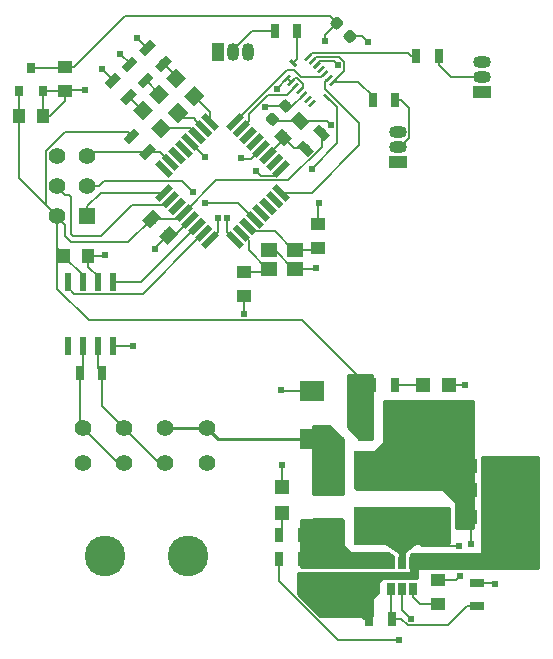
<source format=gtl>
G04 #@! TF.GenerationSoftware,KiCad,Pcbnew,5.0.1-33cea8e~68~ubuntu18.04.1*
G04 #@! TF.CreationDate,2019-04-03T20:24:34-04:00*
G04 #@! TF.ProjectId,IMU,494D552E6B696361645F706362000000,rev?*
G04 #@! TF.SameCoordinates,Original*
G04 #@! TF.FileFunction,Copper,L1,Top,Signal*
G04 #@! TF.FilePolarity,Positive*
%FSLAX46Y46*%
G04 Gerber Fmt 4.6, Leading zero omitted, Abs format (unit mm)*
G04 Created by KiCad (PCBNEW 5.0.1-33cea8e~68~ubuntu18.04.1) date Wed 03 Apr 2019 08:24:34 PM EDT*
%MOMM*%
%LPD*%
G01*
G04 APERTURE LIST*
G04 #@! TA.AperFunction,SMDPad,CuDef*
%ADD10C,0.700000*%
G04 #@! TD*
G04 #@! TA.AperFunction,Conductor*
%ADD11C,0.100000*%
G04 #@! TD*
G04 #@! TA.AperFunction,ComponentPad*
%ADD12R,1.400000X1.400000*%
G04 #@! TD*
G04 #@! TA.AperFunction,ComponentPad*
%ADD13C,1.400000*%
G04 #@! TD*
G04 #@! TA.AperFunction,SMDPad,CuDef*
%ADD14R,0.700000X1.300000*%
G04 #@! TD*
G04 #@! TA.AperFunction,SMDPad,CuDef*
%ADD15R,8.200000X3.300000*%
G04 #@! TD*
G04 #@! TA.AperFunction,SMDPad,CuDef*
%ADD16R,2.500000X0.900000*%
G04 #@! TD*
G04 #@! TA.AperFunction,SMDPad,CuDef*
%ADD17R,1.200000X1.200000*%
G04 #@! TD*
G04 #@! TA.AperFunction,SMDPad,CuDef*
%ADD18R,1.000000X3.200000*%
G04 #@! TD*
G04 #@! TA.AperFunction,SMDPad,CuDef*
%ADD19R,1.000000X1.250000*%
G04 #@! TD*
G04 #@! TA.AperFunction,SMDPad,CuDef*
%ADD20R,0.650000X1.060000*%
G04 #@! TD*
G04 #@! TA.AperFunction,SMDPad,CuDef*
%ADD21R,1.600000X1.000000*%
G04 #@! TD*
G04 #@! TA.AperFunction,SMDPad,CuDef*
%ADD22R,1.300000X0.700000*%
G04 #@! TD*
G04 #@! TA.AperFunction,SMDPad,CuDef*
%ADD23R,1.250000X1.000000*%
G04 #@! TD*
G04 #@! TA.AperFunction,SMDPad,CuDef*
%ADD24R,2.159000X1.778000*%
G04 #@! TD*
G04 #@! TA.AperFunction,SMDPad,CuDef*
%ADD25C,1.000000*%
G04 #@! TD*
G04 #@! TA.AperFunction,SMDPad,CuDef*
%ADD26C,0.875000*%
G04 #@! TD*
G04 #@! TA.AperFunction,SMDPad,CuDef*
%ADD27C,1.200000*%
G04 #@! TD*
G04 #@! TA.AperFunction,SMDPad,CuDef*
%ADD28R,0.600000X1.550000*%
G04 #@! TD*
G04 #@! TA.AperFunction,SMDPad,CuDef*
%ADD29C,0.550000*%
G04 #@! TD*
G04 #@! TA.AperFunction,SMDPad,CuDef*
%ADD30R,1.400000X1.200000*%
G04 #@! TD*
G04 #@! TA.AperFunction,SMDPad,CuDef*
%ADD31R,0.800000X0.900000*%
G04 #@! TD*
G04 #@! TA.AperFunction,SMDPad,CuDef*
%ADD32C,0.250000*%
G04 #@! TD*
G04 #@! TA.AperFunction,ComponentPad*
%ADD33C,1.420000*%
G04 #@! TD*
G04 #@! TA.AperFunction,ComponentPad*
%ADD34C,3.450000*%
G04 #@! TD*
G04 #@! TA.AperFunction,ComponentPad*
%ADD35R,1.500000X1.050000*%
G04 #@! TD*
G04 #@! TA.AperFunction,ComponentPad*
%ADD36O,1.500000X1.050000*%
G04 #@! TD*
G04 #@! TA.AperFunction,ComponentPad*
%ADD37O,1.050000X1.500000*%
G04 #@! TD*
G04 #@! TA.AperFunction,ComponentPad*
%ADD38R,1.050000X1.500000*%
G04 #@! TD*
G04 #@! TA.AperFunction,ViaPad*
%ADD39C,0.609600*%
G04 #@! TD*
G04 #@! TA.AperFunction,Conductor*
%ADD40C,0.152400*%
G04 #@! TD*
G04 #@! TA.AperFunction,Conductor*
%ADD41C,0.254000*%
G04 #@! TD*
G04 APERTURE END LIST*
D10*
G04 #@! TO.P,R1,2*
G04 #@! TO.N,Net-(C2-Pad1)*
X145016378Y-83136582D03*
D11*
G04 #@! TD*
G04 #@! TO.N,Net-(C2-Pad1)*
G04 #@! TO.C,R1*
G36*
X144804246Y-82429475D02*
X145723485Y-83348714D01*
X145228510Y-83843689D01*
X144309271Y-82924450D01*
X144804246Y-82429475D01*
X144804246Y-82429475D01*
G37*
D10*
G04 #@! TO.P,R1,1*
G04 #@! TO.N,VCC*
X146359880Y-81793080D03*
D11*
G04 #@! TD*
G04 #@! TO.N,VCC*
G04 #@! TO.C,R1*
G36*
X146147748Y-81085973D02*
X147066987Y-82005212D01*
X146572012Y-82500187D01*
X145652773Y-81580948D01*
X146147748Y-81085973D01*
X146147748Y-81085973D01*
G37*
D12*
G04 #@! TO.P,J4,1*
G04 #@! TO.N,/MISO*
X126507240Y-88900000D03*
D13*
G04 #@! TO.P,J4,2*
G04 #@! TO.N,VCC*
X123967240Y-88900000D03*
G04 #@! TO.P,J4,3*
G04 #@! TO.N,/SCK*
X126507240Y-86360000D03*
G04 #@! TO.P,J4,4*
G04 #@! TO.N,/MOSI*
X123967240Y-86360000D03*
G04 #@! TO.P,J4,5*
G04 #@! TO.N,/RESET*
X126507240Y-83820000D03*
G04 #@! TO.P,J4,6*
G04 #@! TO.N,GND*
X123967240Y-83820000D03*
G04 #@! TD*
D14*
G04 #@! TO.P,R2,1*
G04 #@! TO.N,/12V_Fused*
X144698560Y-115845880D03*
G04 #@! TO.P,R2,2*
G04 #@! TO.N,Net-(D1-Pad2)*
X142798560Y-115845880D03*
G04 #@! TD*
D15*
G04 #@! TO.P,L1,1*
G04 #@! TO.N,Net-(C5-Pad2)*
X153210060Y-115084380D03*
G04 #@! TO.P,L1,2*
G04 #@! TO.N,Net-(C11-Pad1)*
X153210060Y-110384380D03*
G04 #@! TD*
D16*
G04 #@! TO.P,F1,1*
G04 #@! TO.N,/12V*
X146904060Y-111988380D03*
G04 #@! TO.P,F1,2*
G04 #@! TO.N,/12V_Fused*
X146904060Y-114888380D03*
G04 #@! TD*
D17*
G04 #@! TO.P,D2,2*
G04 #@! TO.N,Net-(D2-Pad2)*
X154924560Y-103145880D03*
G04 #@! TO.P,D2,1*
G04 #@! TO.N,GND*
X157124560Y-103145880D03*
G04 #@! TD*
D18*
G04 #@! TO.P,R9,1*
G04 #@! TO.N,VCC*
X149919560Y-106320880D03*
G04 #@! TO.P,R9,2*
G04 #@! TO.N,Net-(C11-Pad1)*
X156119560Y-106320880D03*
G04 #@! TD*
D19*
G04 #@! TO.P,C7,1*
G04 #@! TO.N,Net-(C11-Pad1)*
X159004560Y-110003880D03*
G04 #@! TO.P,C7,2*
G04 #@! TO.N,GND*
X161004560Y-110003880D03*
G04 #@! TD*
D20*
G04 #@! TO.P,U2,1*
G04 #@! TO.N,GND*
X154134660Y-118238380D03*
G04 #@! TO.P,U2,2*
G04 #@! TO.N,Net-(C5-Pad2)*
X153184660Y-118238380D03*
G04 #@! TO.P,U2,3*
G04 #@! TO.N,/12V_Fused*
X152234660Y-118238380D03*
G04 #@! TO.P,U2,4*
G04 #@! TO.N,Net-(R4-Pad1)*
X152234660Y-120438380D03*
G04 #@! TO.P,U2,6*
G04 #@! TO.N,Net-(C5-Pad1)*
X154134660Y-120438380D03*
G04 #@! TO.P,U2,5*
G04 #@! TO.N,Net-(R3-Pad2)*
X153184660Y-120438380D03*
G04 #@! TD*
D21*
G04 #@! TO.P,C3,1*
G04 #@! TO.N,/12V_Fused*
X149844560Y-118155880D03*
G04 #@! TO.P,C3,2*
G04 #@! TO.N,GND*
X149844560Y-121155880D03*
G04 #@! TD*
D14*
G04 #@! TO.P,R12,1*
G04 #@! TO.N,VCC*
X150672560Y-103145880D03*
G04 #@! TO.P,R12,2*
G04 #@! TO.N,Net-(D2-Pad2)*
X152572560Y-103145880D03*
G04 #@! TD*
G04 #@! TO.P,R4,1*
G04 #@! TO.N,Net-(R4-Pad1)*
X152318560Y-122957880D03*
G04 #@! TO.P,R4,2*
G04 #@! TO.N,GND*
X150418560Y-122957880D03*
G04 #@! TD*
D22*
G04 #@! TO.P,R5,1*
G04 #@! TO.N,Net-(R4-Pad1)*
X159496560Y-121875880D03*
G04 #@! TO.P,R5,2*
G04 #@! TO.N,Net-(C11-Pad1)*
X159496560Y-119975880D03*
G04 #@! TD*
D19*
G04 #@! TO.P,C12,1*
G04 #@! TO.N,Net-(C11-Pad1)*
X159004560Y-114321880D03*
G04 #@! TO.P,C12,2*
G04 #@! TO.N,GND*
X161004560Y-114321880D03*
G04 #@! TD*
G04 #@! TO.P,C11,1*
G04 #@! TO.N,Net-(C11-Pad1)*
X159004560Y-112035880D03*
G04 #@! TO.P,C11,2*
G04 #@! TO.N,GND*
X161004560Y-112035880D03*
G04 #@! TD*
D23*
G04 #@! TO.P,C5,1*
G04 #@! TO.N,Net-(C5-Pad1)*
X156194560Y-121671880D03*
G04 #@! TO.P,C5,2*
G04 #@! TO.N,Net-(C5-Pad2)*
X156194560Y-119671880D03*
G04 #@! TD*
D17*
G04 #@! TO.P,D1,2*
G04 #@! TO.N,Net-(D1-Pad2)*
X143047720Y-113975240D03*
G04 #@! TO.P,D1,1*
G04 #@! TO.N,GND*
X143047720Y-111775240D03*
G04 #@! TD*
D24*
G04 #@! TO.P,D7,2*
G04 #@! TO.N,GND*
X145526560Y-103653880D03*
G04 #@! TO.P,D7,1*
G04 #@! TO.N,/12V*
X145526560Y-107717880D03*
G04 #@! TD*
D14*
G04 #@! TO.P,R3,1*
G04 #@! TO.N,/12V_Fused*
X144698560Y-117877880D03*
G04 #@! TO.P,R3,2*
G04 #@! TO.N,Net-(R3-Pad2)*
X142798560Y-117877880D03*
G04 #@! TD*
D25*
G04 #@! TO.P,C1,2*
G04 #@! TO.N,GND*
X133381467Y-90506267D03*
D11*
G04 #@! TD*
G04 #@! TO.N,GND*
G04 #@! TO.C,C1*
G36*
X132585972Y-90594655D02*
X133469855Y-89710772D01*
X134176962Y-90417879D01*
X133293079Y-91301762D01*
X132585972Y-90594655D01*
X132585972Y-90594655D01*
G37*
D25*
G04 #@! TO.P,C1,1*
G04 #@! TO.N,VCC*
X131967253Y-89092053D03*
D11*
G04 #@! TD*
G04 #@! TO.N,VCC*
G04 #@! TO.C,C1*
G36*
X131171758Y-89180441D02*
X132055641Y-88296558D01*
X132762748Y-89003665D01*
X131878865Y-89887548D01*
X131171758Y-89180441D01*
X131171758Y-89180441D01*
G37*
D25*
G04 #@! TO.P,C2,1*
G04 #@! TO.N,Net-(C2-Pad1)*
X143104166Y-82209074D03*
D11*
G04 #@! TD*
G04 #@! TO.N,Net-(C2-Pad1)*
G04 #@! TO.C,C2*
G36*
X143192554Y-83004569D02*
X142308671Y-82120686D01*
X143015778Y-81413579D01*
X143899661Y-82297462D01*
X143192554Y-83004569D01*
X143192554Y-83004569D01*
G37*
D25*
G04 #@! TO.P,C2,2*
G04 #@! TO.N,GND*
X144518380Y-80794860D03*
D11*
G04 #@! TD*
G04 #@! TO.N,GND*
G04 #@! TO.C,C2*
G36*
X144606768Y-81590355D02*
X143722885Y-80706472D01*
X144429992Y-79999365D01*
X145313875Y-80883248D01*
X144606768Y-81590355D01*
X144606768Y-81590355D01*
G37*
D19*
G04 #@! TO.P,C4,1*
G04 #@! TO.N,VCC*
X124577600Y-92217240D03*
G04 #@! TO.P,C4,2*
G04 #@! TO.N,GND*
X126577600Y-92217240D03*
G04 #@! TD*
D23*
G04 #@! TO.P,C6,1*
G04 #@! TO.N,Net-(C6-Pad1)*
X146085560Y-91551000D03*
G04 #@! TO.P,C6,2*
G04 #@! TO.N,GND*
X146085560Y-89551000D03*
G04 #@! TD*
G04 #@! TO.P,C8,2*
G04 #@! TO.N,GND*
X139811760Y-95640400D03*
G04 #@! TO.P,C8,1*
G04 #@! TO.N,Net-(C8-Pad1)*
X139811760Y-93640400D03*
G04 #@! TD*
D19*
G04 #@! TO.P,C9,1*
G04 #@! TO.N,VCC*
X120752243Y-80357177D03*
G04 #@! TO.P,C9,2*
G04 #@! TO.N,GND*
X122752243Y-80357177D03*
G04 #@! TD*
D23*
G04 #@! TO.P,C10,2*
G04 #@! TO.N,GND*
X124637683Y-78252537D03*
G04 #@! TO.P,C10,1*
G04 #@! TO.N,/3.3V*
X124637683Y-76252537D03*
G04 #@! TD*
D11*
G04 #@! TO.N,/3.3V*
G04 #@! TO.C,C13*
G36*
X147705191Y-71970460D02*
X147726426Y-71973610D01*
X147747250Y-71978826D01*
X147767462Y-71986058D01*
X147786868Y-71995237D01*
X147805281Y-72006273D01*
X147822524Y-72019061D01*
X147838430Y-72033477D01*
X148147789Y-72342836D01*
X148162205Y-72358742D01*
X148174993Y-72375985D01*
X148186029Y-72394398D01*
X148195208Y-72413804D01*
X148202440Y-72434016D01*
X148207656Y-72454840D01*
X148210806Y-72476075D01*
X148211859Y-72497516D01*
X148210806Y-72518957D01*
X148207656Y-72540192D01*
X148202440Y-72561016D01*
X148195208Y-72581228D01*
X148186029Y-72600634D01*
X148174993Y-72619047D01*
X148162205Y-72636290D01*
X148147789Y-72652196D01*
X147785396Y-73014589D01*
X147769490Y-73029005D01*
X147752247Y-73041793D01*
X147733834Y-73052829D01*
X147714428Y-73062008D01*
X147694216Y-73069240D01*
X147673392Y-73074456D01*
X147652157Y-73077606D01*
X147630716Y-73078659D01*
X147609275Y-73077606D01*
X147588040Y-73074456D01*
X147567216Y-73069240D01*
X147547004Y-73062008D01*
X147527598Y-73052829D01*
X147509185Y-73041793D01*
X147491942Y-73029005D01*
X147476036Y-73014589D01*
X147166677Y-72705230D01*
X147152261Y-72689324D01*
X147139473Y-72672081D01*
X147128437Y-72653668D01*
X147119258Y-72634262D01*
X147112026Y-72614050D01*
X147106810Y-72593226D01*
X147103660Y-72571991D01*
X147102607Y-72550550D01*
X147103660Y-72529109D01*
X147106810Y-72507874D01*
X147112026Y-72487050D01*
X147119258Y-72466838D01*
X147128437Y-72447432D01*
X147139473Y-72429019D01*
X147152261Y-72411776D01*
X147166677Y-72395870D01*
X147529070Y-72033477D01*
X147544976Y-72019061D01*
X147562219Y-72006273D01*
X147580632Y-71995237D01*
X147600038Y-71986058D01*
X147620250Y-71978826D01*
X147641074Y-71973610D01*
X147662309Y-71970460D01*
X147683750Y-71969407D01*
X147705191Y-71970460D01*
X147705191Y-71970460D01*
G37*
D26*
G04 #@! TD*
G04 #@! TO.P,C13,2*
G04 #@! TO.N,/3.3V*
X147657233Y-72524033D03*
D11*
G04 #@! TO.N,GND*
G04 #@! TO.C,C13*
G36*
X148818885Y-73084154D02*
X148840120Y-73087304D01*
X148860944Y-73092520D01*
X148881156Y-73099752D01*
X148900562Y-73108931D01*
X148918975Y-73119967D01*
X148936218Y-73132755D01*
X148952124Y-73147171D01*
X149261483Y-73456530D01*
X149275899Y-73472436D01*
X149288687Y-73489679D01*
X149299723Y-73508092D01*
X149308902Y-73527498D01*
X149316134Y-73547710D01*
X149321350Y-73568534D01*
X149324500Y-73589769D01*
X149325553Y-73611210D01*
X149324500Y-73632651D01*
X149321350Y-73653886D01*
X149316134Y-73674710D01*
X149308902Y-73694922D01*
X149299723Y-73714328D01*
X149288687Y-73732741D01*
X149275899Y-73749984D01*
X149261483Y-73765890D01*
X148899090Y-74128283D01*
X148883184Y-74142699D01*
X148865941Y-74155487D01*
X148847528Y-74166523D01*
X148828122Y-74175702D01*
X148807910Y-74182934D01*
X148787086Y-74188150D01*
X148765851Y-74191300D01*
X148744410Y-74192353D01*
X148722969Y-74191300D01*
X148701734Y-74188150D01*
X148680910Y-74182934D01*
X148660698Y-74175702D01*
X148641292Y-74166523D01*
X148622879Y-74155487D01*
X148605636Y-74142699D01*
X148589730Y-74128283D01*
X148280371Y-73818924D01*
X148265955Y-73803018D01*
X148253167Y-73785775D01*
X148242131Y-73767362D01*
X148232952Y-73747956D01*
X148225720Y-73727744D01*
X148220504Y-73706920D01*
X148217354Y-73685685D01*
X148216301Y-73664244D01*
X148217354Y-73642803D01*
X148220504Y-73621568D01*
X148225720Y-73600744D01*
X148232952Y-73580532D01*
X148242131Y-73561126D01*
X148253167Y-73542713D01*
X148265955Y-73525470D01*
X148280371Y-73509564D01*
X148642764Y-73147171D01*
X148658670Y-73132755D01*
X148675913Y-73119967D01*
X148694326Y-73108931D01*
X148713732Y-73099752D01*
X148733944Y-73092520D01*
X148754768Y-73087304D01*
X148776003Y-73084154D01*
X148797444Y-73083101D01*
X148818885Y-73084154D01*
X148818885Y-73084154D01*
G37*
D26*
G04 #@! TD*
G04 #@! TO.P,C13,1*
G04 #@! TO.N,GND*
X148770927Y-73637727D03*
D11*
G04 #@! TO.N,/3.3V*
G04 #@! TO.C,C14*
G36*
X143304264Y-78994147D02*
X143325499Y-78997297D01*
X143346323Y-79002513D01*
X143366535Y-79009745D01*
X143385941Y-79018924D01*
X143404354Y-79029960D01*
X143421597Y-79042748D01*
X143437503Y-79057164D01*
X143799896Y-79419557D01*
X143814312Y-79435463D01*
X143827100Y-79452706D01*
X143838136Y-79471119D01*
X143847315Y-79490525D01*
X143854547Y-79510737D01*
X143859763Y-79531561D01*
X143862913Y-79552796D01*
X143863966Y-79574237D01*
X143862913Y-79595678D01*
X143859763Y-79616913D01*
X143854547Y-79637737D01*
X143847315Y-79657949D01*
X143838136Y-79677355D01*
X143827100Y-79695768D01*
X143814312Y-79713011D01*
X143799896Y-79728917D01*
X143490537Y-80038276D01*
X143474631Y-80052692D01*
X143457388Y-80065480D01*
X143438975Y-80076516D01*
X143419569Y-80085695D01*
X143399357Y-80092927D01*
X143378533Y-80098143D01*
X143357298Y-80101293D01*
X143335857Y-80102346D01*
X143314416Y-80101293D01*
X143293181Y-80098143D01*
X143272357Y-80092927D01*
X143252145Y-80085695D01*
X143232739Y-80076516D01*
X143214326Y-80065480D01*
X143197083Y-80052692D01*
X143181177Y-80038276D01*
X142818784Y-79675883D01*
X142804368Y-79659977D01*
X142791580Y-79642734D01*
X142780544Y-79624321D01*
X142771365Y-79604915D01*
X142764133Y-79584703D01*
X142758917Y-79563879D01*
X142755767Y-79542644D01*
X142754714Y-79521203D01*
X142755767Y-79499762D01*
X142758917Y-79478527D01*
X142764133Y-79457703D01*
X142771365Y-79437491D01*
X142780544Y-79418085D01*
X142791580Y-79399672D01*
X142804368Y-79382429D01*
X142818784Y-79366523D01*
X143128143Y-79057164D01*
X143144049Y-79042748D01*
X143161292Y-79029960D01*
X143179705Y-79018924D01*
X143199111Y-79009745D01*
X143219323Y-79002513D01*
X143240147Y-78997297D01*
X143261382Y-78994147D01*
X143282823Y-78993094D01*
X143304264Y-78994147D01*
X143304264Y-78994147D01*
G37*
D26*
G04 #@! TD*
G04 #@! TO.P,C14,1*
G04 #@! TO.N,/3.3V*
X143309340Y-79547720D03*
D11*
G04 #@! TO.N,GND*
G04 #@! TO.C,C14*
G36*
X142190570Y-80107841D02*
X142211805Y-80110991D01*
X142232629Y-80116207D01*
X142252841Y-80123439D01*
X142272247Y-80132618D01*
X142290660Y-80143654D01*
X142307903Y-80156442D01*
X142323809Y-80170858D01*
X142686202Y-80533251D01*
X142700618Y-80549157D01*
X142713406Y-80566400D01*
X142724442Y-80584813D01*
X142733621Y-80604219D01*
X142740853Y-80624431D01*
X142746069Y-80645255D01*
X142749219Y-80666490D01*
X142750272Y-80687931D01*
X142749219Y-80709372D01*
X142746069Y-80730607D01*
X142740853Y-80751431D01*
X142733621Y-80771643D01*
X142724442Y-80791049D01*
X142713406Y-80809462D01*
X142700618Y-80826705D01*
X142686202Y-80842611D01*
X142376843Y-81151970D01*
X142360937Y-81166386D01*
X142343694Y-81179174D01*
X142325281Y-81190210D01*
X142305875Y-81199389D01*
X142285663Y-81206621D01*
X142264839Y-81211837D01*
X142243604Y-81214987D01*
X142222163Y-81216040D01*
X142200722Y-81214987D01*
X142179487Y-81211837D01*
X142158663Y-81206621D01*
X142138451Y-81199389D01*
X142119045Y-81190210D01*
X142100632Y-81179174D01*
X142083389Y-81166386D01*
X142067483Y-81151970D01*
X141705090Y-80789577D01*
X141690674Y-80773671D01*
X141677886Y-80756428D01*
X141666850Y-80738015D01*
X141657671Y-80718609D01*
X141650439Y-80698397D01*
X141645223Y-80677573D01*
X141642073Y-80656338D01*
X141641020Y-80634897D01*
X141642073Y-80613456D01*
X141645223Y-80592221D01*
X141650439Y-80571397D01*
X141657671Y-80551185D01*
X141666850Y-80531779D01*
X141677886Y-80513366D01*
X141690674Y-80496123D01*
X141705090Y-80480217D01*
X142014449Y-80170858D01*
X142030355Y-80156442D01*
X142047598Y-80143654D01*
X142066011Y-80132618D01*
X142085417Y-80123439D01*
X142105629Y-80116207D01*
X142126453Y-80110991D01*
X142147688Y-80107841D01*
X142169129Y-80106788D01*
X142190570Y-80107841D01*
X142190570Y-80107841D01*
G37*
D26*
G04 #@! TD*
G04 #@! TO.P,C14,2*
G04 #@! TO.N,GND*
X142195646Y-80661414D03*
D27*
G04 #@! TO.P,D3,1*
G04 #@! TO.N,Net-(D3-Pad1)*
X134047923Y-77182403D03*
D11*
G04 #@! TD*
G04 #@! TO.N,Net-(D3-Pad1)*
G04 #@! TO.C,D3*
G36*
X134896451Y-77182403D02*
X134047923Y-78030931D01*
X133199395Y-77182403D01*
X134047923Y-76333875D01*
X134896451Y-77182403D01*
X134896451Y-77182403D01*
G37*
D27*
G04 #@! TO.P,D3,2*
G04 #@! TO.N,/PLED1*
X135603557Y-78738037D03*
D11*
G04 #@! TD*
G04 #@! TO.N,/PLED1*
G04 #@! TO.C,D3*
G36*
X136452085Y-78738037D02*
X135603557Y-79586565D01*
X134755029Y-78738037D01*
X135603557Y-77889509D01*
X136452085Y-78738037D01*
X136452085Y-78738037D01*
G37*
D27*
G04 #@! TO.P,D4,2*
G04 #@! TO.N,/PLED2*
X134176654Y-80100054D03*
D11*
G04 #@! TD*
G04 #@! TO.N,/PLED2*
G04 #@! TO.C,D4*
G36*
X135025182Y-80100054D02*
X134176654Y-80948582D01*
X133328126Y-80100054D01*
X134176654Y-79251526D01*
X135025182Y-80100054D01*
X135025182Y-80100054D01*
G37*
D27*
G04 #@! TO.P,D4,1*
G04 #@! TO.N,Net-(D4-Pad1)*
X132621020Y-78544420D03*
D11*
G04 #@! TD*
G04 #@! TO.N,Net-(D4-Pad1)*
G04 #@! TO.C,D4*
G36*
X133469548Y-78544420D02*
X132621020Y-79392948D01*
X131772492Y-78544420D01*
X132621020Y-77695892D01*
X133469548Y-78544420D01*
X133469548Y-78544420D01*
G37*
D27*
G04 #@! TO.P,D5,1*
G04 #@! TO.N,Net-(D5-Pad1)*
X131222866Y-79892006D03*
D11*
G04 #@! TD*
G04 #@! TO.N,Net-(D5-Pad1)*
G04 #@! TO.C,D5*
G36*
X132071394Y-79892006D02*
X131222866Y-80740534D01*
X130374338Y-79892006D01*
X131222866Y-79043478D01*
X132071394Y-79892006D01*
X132071394Y-79892006D01*
G37*
D27*
G04 #@! TO.P,D5,2*
G04 #@! TO.N,/PLED3*
X132778500Y-81447640D03*
D11*
G04 #@! TD*
G04 #@! TO.N,/PLED3*
G04 #@! TO.C,D5*
G36*
X133627028Y-81447640D02*
X132778500Y-82296168D01*
X131929972Y-81447640D01*
X132778500Y-80599112D01*
X133627028Y-81447640D01*
X133627028Y-81447640D01*
G37*
D14*
G04 #@! TO.P,R7,1*
G04 #@! TO.N,/CANH*
X127787440Y-102143560D03*
G04 #@! TO.P,R7,2*
G04 #@! TO.N,/CANL*
X125887440Y-102143560D03*
G04 #@! TD*
D10*
G04 #@! TO.P,R8,1*
G04 #@! TO.N,VCC*
X130255089Y-82091609D03*
D11*
G04 #@! TD*
G04 #@! TO.N,VCC*
G04 #@! TO.C,R8*
G36*
X129547982Y-82303741D02*
X130467221Y-81384502D01*
X130962196Y-81879477D01*
X130042957Y-82798716D01*
X129547982Y-82303741D01*
X129547982Y-82303741D01*
G37*
D10*
G04 #@! TO.P,R8,2*
G04 #@! TO.N,/RESET*
X131598591Y-83435111D03*
D11*
G04 #@! TD*
G04 #@! TO.N,/RESET*
G04 #@! TO.C,R8*
G36*
X130891484Y-83647243D02*
X131810723Y-82728004D01*
X132305698Y-83222979D01*
X131386459Y-84142218D01*
X130891484Y-83647243D01*
X130891484Y-83647243D01*
G37*
D28*
G04 #@! TO.P,U1,1*
G04 #@! TO.N,/TXCAN*
X128666240Y-94434680D03*
G04 #@! TO.P,U1,2*
G04 #@! TO.N,GND*
X127396240Y-94434680D03*
G04 #@! TO.P,U1,3*
G04 #@! TO.N,VCC*
X126126240Y-94434680D03*
G04 #@! TO.P,U1,4*
G04 #@! TO.N,/RXCAN*
X124856240Y-94434680D03*
G04 #@! TO.P,U1,5*
G04 #@! TO.N,Net-(U1-Pad5)*
X124856240Y-99834680D03*
G04 #@! TO.P,U1,6*
G04 #@! TO.N,/CANL*
X126126240Y-99834680D03*
G04 #@! TO.P,U1,7*
G04 #@! TO.N,/CANH*
X127396240Y-99834680D03*
G04 #@! TO.P,U1,8*
G04 #@! TO.N,GND*
X128666240Y-99834680D03*
G04 #@! TD*
D29*
G04 #@! TO.P,U5,32*
G04 #@! TO.N,Net-(U5-Pad32)*
X132993314Y-84849945D03*
D11*
G04 #@! TD*
G04 #@! TO.N,Net-(U5-Pad32)*
G04 #@! TO.C,U5*
G36*
X133753454Y-85221176D02*
X133364545Y-85610085D01*
X132233174Y-84478714D01*
X132622083Y-84089805D01*
X133753454Y-85221176D01*
X133753454Y-85221176D01*
G37*
D29*
G04 #@! TO.P,U5,31*
G04 #@! TO.N,/RESET*
X133559000Y-84284260D03*
D11*
G04 #@! TD*
G04 #@! TO.N,/RESET*
G04 #@! TO.C,U5*
G36*
X134319140Y-84655491D02*
X133930231Y-85044400D01*
X132798860Y-83913029D01*
X133187769Y-83524120D01*
X134319140Y-84655491D01*
X134319140Y-84655491D01*
G37*
D29*
G04 #@! TO.P,U5,30*
G04 #@! TO.N,Net-(U5-Pad30)*
X134124685Y-83718574D03*
D11*
G04 #@! TD*
G04 #@! TO.N,Net-(U5-Pad30)*
G04 #@! TO.C,U5*
G36*
X134884825Y-84089805D02*
X134495916Y-84478714D01*
X133364545Y-83347343D01*
X133753454Y-82958434D01*
X134884825Y-84089805D01*
X134884825Y-84089805D01*
G37*
D29*
G04 #@! TO.P,U5,29*
G04 #@! TO.N,Net-(U5-Pad29)*
X134690370Y-83152889D03*
D11*
G04 #@! TD*
G04 #@! TO.N,Net-(U5-Pad29)*
G04 #@! TO.C,U5*
G36*
X135450510Y-83524120D02*
X135061601Y-83913029D01*
X133930230Y-82781658D01*
X134319139Y-82392749D01*
X135450510Y-83524120D01*
X135450510Y-83524120D01*
G37*
D29*
G04 #@! TO.P,U5,28*
G04 #@! TO.N,/SCK2*
X135256056Y-82587203D03*
D11*
G04 #@! TD*
G04 #@! TO.N,/SCK2*
G04 #@! TO.C,U5*
G36*
X136016196Y-82958434D02*
X135627287Y-83347343D01*
X134495916Y-82215972D01*
X134884825Y-81827063D01*
X136016196Y-82958434D01*
X136016196Y-82958434D01*
G37*
D29*
G04 #@! TO.P,U5,27*
G04 #@! TO.N,/PLED3*
X135821741Y-82021518D03*
D11*
G04 #@! TD*
G04 #@! TO.N,/PLED3*
G04 #@! TO.C,U5*
G36*
X136581881Y-82392749D02*
X136192972Y-82781658D01*
X135061601Y-81650287D01*
X135450510Y-81261378D01*
X136581881Y-82392749D01*
X136581881Y-82392749D01*
G37*
D29*
G04 #@! TO.P,U5,26*
G04 #@! TO.N,/PLED2*
X136387427Y-81455833D03*
D11*
G04 #@! TD*
G04 #@! TO.N,/PLED2*
G04 #@! TO.C,U5*
G36*
X137147567Y-81827064D02*
X136758658Y-82215973D01*
X135627287Y-81084602D01*
X136016196Y-80695693D01*
X137147567Y-81827064D01*
X137147567Y-81827064D01*
G37*
D29*
G04 #@! TO.P,U5,25*
G04 #@! TO.N,/PLED1*
X136953112Y-80890147D03*
D11*
G04 #@! TD*
G04 #@! TO.N,/PLED1*
G04 #@! TO.C,U5*
G36*
X137713252Y-81261378D02*
X137324343Y-81650287D01*
X136192972Y-80518916D01*
X136581881Y-80130007D01*
X137713252Y-81261378D01*
X137713252Y-81261378D01*
G37*
D29*
G04 #@! TO.P,U5,24*
G04 #@! TO.N,/INT4*
X139003722Y-80890147D03*
D11*
G04 #@! TD*
G04 #@! TO.N,/INT4*
G04 #@! TO.C,U5*
G36*
X138632491Y-81650287D02*
X138243582Y-81261378D01*
X139374953Y-80130007D01*
X139763862Y-80518916D01*
X138632491Y-81650287D01*
X138632491Y-81650287D01*
G37*
D29*
G04 #@! TO.P,U5,23*
G04 #@! TO.N,/CS_GYRO*
X139569407Y-81455833D03*
D11*
G04 #@! TD*
G04 #@! TO.N,/CS_GYRO*
G04 #@! TO.C,U5*
G36*
X139198176Y-82215973D02*
X138809267Y-81827064D01*
X139940638Y-80695693D01*
X140329547Y-81084602D01*
X139198176Y-82215973D01*
X139198176Y-82215973D01*
G37*
D29*
G04 #@! TO.P,U5,22*
G04 #@! TO.N,Net-(U5-Pad22)*
X140135093Y-82021518D03*
D11*
G04 #@! TD*
G04 #@! TO.N,Net-(U5-Pad22)*
G04 #@! TO.C,U5*
G36*
X139763862Y-82781658D02*
X139374953Y-82392749D01*
X140506324Y-81261378D01*
X140895233Y-81650287D01*
X139763862Y-82781658D01*
X139763862Y-82781658D01*
G37*
D29*
G04 #@! TO.P,U5,21*
G04 #@! TO.N,Net-(U5-Pad21)*
X140700778Y-82587203D03*
D11*
G04 #@! TD*
G04 #@! TO.N,Net-(U5-Pad21)*
G04 #@! TO.C,U5*
G36*
X140329547Y-83347343D02*
X139940638Y-82958434D01*
X141072009Y-81827063D01*
X141460918Y-82215972D01*
X140329547Y-83347343D01*
X140329547Y-83347343D01*
G37*
D29*
G04 #@! TO.P,U5,20*
G04 #@! TO.N,GND*
X141266464Y-83152889D03*
D11*
G04 #@! TD*
G04 #@! TO.N,GND*
G04 #@! TO.C,U5*
G36*
X140895233Y-83913029D02*
X140506324Y-83524120D01*
X141637695Y-82392749D01*
X142026604Y-82781658D01*
X140895233Y-83913029D01*
X140895233Y-83913029D01*
G37*
D29*
G04 #@! TO.P,U5,19*
G04 #@! TO.N,Net-(C2-Pad1)*
X141832149Y-83718574D03*
D11*
G04 #@! TD*
G04 #@! TO.N,Net-(C2-Pad1)*
G04 #@! TO.C,U5*
G36*
X141460918Y-84478714D02*
X141072009Y-84089805D01*
X142203380Y-82958434D01*
X142592289Y-83347343D01*
X141460918Y-84478714D01*
X141460918Y-84478714D01*
G37*
D29*
G04 #@! TO.P,U5,18*
G04 #@! TO.N,Net-(U5-Pad18)*
X142397834Y-84284260D03*
D11*
G04 #@! TD*
G04 #@! TO.N,Net-(U5-Pad18)*
G04 #@! TO.C,U5*
G36*
X142026603Y-85044400D02*
X141637694Y-84655491D01*
X142769065Y-83524120D01*
X143157974Y-83913029D01*
X142026603Y-85044400D01*
X142026603Y-85044400D01*
G37*
D29*
G04 #@! TO.P,U5,17*
G04 #@! TO.N,/INT1*
X142963520Y-84849945D03*
D11*
G04 #@! TD*
G04 #@! TO.N,/INT1*
G04 #@! TO.C,U5*
G36*
X142592289Y-85610085D02*
X142203380Y-85221176D01*
X143334751Y-84089805D01*
X143723660Y-84478714D01*
X142592289Y-85610085D01*
X142592289Y-85610085D01*
G37*
D29*
G04 #@! TO.P,U5,16*
G04 #@! TO.N,/CS_ACCEL*
X142963520Y-86900555D03*
D11*
G04 #@! TD*
G04 #@! TO.N,/CS_ACCEL*
G04 #@! TO.C,U5*
G36*
X143723660Y-87271786D02*
X143334751Y-87660695D01*
X142203380Y-86529324D01*
X142592289Y-86140415D01*
X143723660Y-87271786D01*
X143723660Y-87271786D01*
G37*
D29*
G04 #@! TO.P,U5,15*
G04 #@! TO.N,Net-(U5-Pad15)*
X142397834Y-87466240D03*
D11*
G04 #@! TD*
G04 #@! TO.N,Net-(U5-Pad15)*
G04 #@! TO.C,U5*
G36*
X143157974Y-87837471D02*
X142769065Y-88226380D01*
X141637694Y-87095009D01*
X142026603Y-86706100D01*
X143157974Y-87837471D01*
X143157974Y-87837471D01*
G37*
D29*
G04 #@! TO.P,U5,14*
G04 #@! TO.N,Net-(U5-Pad14)*
X141832149Y-88031926D03*
D11*
G04 #@! TD*
G04 #@! TO.N,Net-(U5-Pad14)*
G04 #@! TO.C,U5*
G36*
X142592289Y-88403157D02*
X142203380Y-88792066D01*
X141072009Y-87660695D01*
X141460918Y-87271786D01*
X142592289Y-88403157D01*
X142592289Y-88403157D01*
G37*
D29*
G04 #@! TO.P,U5,13*
G04 #@! TO.N,Net-(U5-Pad13)*
X141266464Y-88597611D03*
D11*
G04 #@! TD*
G04 #@! TO.N,Net-(U5-Pad13)*
G04 #@! TO.C,U5*
G36*
X142026604Y-88968842D02*
X141637695Y-89357751D01*
X140506324Y-88226380D01*
X140895233Y-87837471D01*
X142026604Y-88968842D01*
X142026604Y-88968842D01*
G37*
D29*
G04 #@! TO.P,U5,12*
G04 #@! TO.N,/SCK*
X140700778Y-89163297D03*
D11*
G04 #@! TD*
G04 #@! TO.N,/SCK*
G04 #@! TO.C,U5*
G36*
X141460918Y-89534528D02*
X141072009Y-89923437D01*
X139940638Y-88792066D01*
X140329547Y-88403157D01*
X141460918Y-89534528D01*
X141460918Y-89534528D01*
G37*
D29*
G04 #@! TO.P,U5,11*
G04 #@! TO.N,Net-(C6-Pad1)*
X140135093Y-89728982D03*
D11*
G04 #@! TD*
G04 #@! TO.N,Net-(C6-Pad1)*
G04 #@! TO.C,U5*
G36*
X140895233Y-90100213D02*
X140506324Y-90489122D01*
X139374953Y-89357751D01*
X139763862Y-88968842D01*
X140895233Y-90100213D01*
X140895233Y-90100213D01*
G37*
D29*
G04 #@! TO.P,U5,10*
G04 #@! TO.N,Net-(C8-Pad1)*
X139569407Y-90294667D03*
D11*
G04 #@! TD*
G04 #@! TO.N,Net-(C8-Pad1)*
G04 #@! TO.C,U5*
G36*
X140329547Y-90665898D02*
X139940638Y-91054807D01*
X138809267Y-89923436D01*
X139198176Y-89534527D01*
X140329547Y-90665898D01*
X140329547Y-90665898D01*
G37*
D29*
G04 #@! TO.P,U5,9*
G04 #@! TO.N,/MOSI2*
X139003722Y-90860353D03*
D11*
G04 #@! TD*
G04 #@! TO.N,/MOSI2*
G04 #@! TO.C,U5*
G36*
X139763862Y-91231584D02*
X139374953Y-91620493D01*
X138243582Y-90489122D01*
X138632491Y-90100213D01*
X139763862Y-91231584D01*
X139763862Y-91231584D01*
G37*
D29*
G04 #@! TO.P,U5,8*
G04 #@! TO.N,/MISO2*
X136953112Y-90860353D03*
D11*
G04 #@! TD*
G04 #@! TO.N,/MISO2*
G04 #@! TO.C,U5*
G36*
X136581881Y-91620493D02*
X136192972Y-91231584D01*
X137324343Y-90100213D01*
X137713252Y-90489122D01*
X136581881Y-91620493D01*
X136581881Y-91620493D01*
G37*
D29*
G04 #@! TO.P,U5,7*
G04 #@! TO.N,/RXCAN*
X136387427Y-90294667D03*
D11*
G04 #@! TD*
G04 #@! TO.N,/RXCAN*
G04 #@! TO.C,U5*
G36*
X136016196Y-91054807D02*
X135627287Y-90665898D01*
X136758658Y-89534527D01*
X137147567Y-89923436D01*
X136016196Y-91054807D01*
X136016196Y-91054807D01*
G37*
D29*
G04 #@! TO.P,U5,6*
G04 #@! TO.N,/TXCAN*
X135821741Y-89728982D03*
D11*
G04 #@! TD*
G04 #@! TO.N,/TXCAN*
G04 #@! TO.C,U5*
G36*
X135450510Y-90489122D02*
X135061601Y-90100213D01*
X136192972Y-88968842D01*
X136581881Y-89357751D01*
X135450510Y-90489122D01*
X135450510Y-90489122D01*
G37*
D29*
G04 #@! TO.P,U5,5*
G04 #@! TO.N,GND*
X135256056Y-89163297D03*
D11*
G04 #@! TD*
G04 #@! TO.N,GND*
G04 #@! TO.C,U5*
G36*
X134884825Y-89923437D02*
X134495916Y-89534528D01*
X135627287Y-88403157D01*
X136016196Y-88792066D01*
X134884825Y-89923437D01*
X134884825Y-89923437D01*
G37*
D29*
G04 #@! TO.P,U5,4*
G04 #@! TO.N,VCC*
X134690370Y-88597611D03*
D11*
G04 #@! TD*
G04 #@! TO.N,VCC*
G04 #@! TO.C,U5*
G36*
X134319139Y-89357751D02*
X133930230Y-88968842D01*
X135061601Y-87837471D01*
X135450510Y-88226380D01*
X134319139Y-89357751D01*
X134319139Y-89357751D01*
G37*
D29*
G04 #@! TO.P,U5,3*
G04 #@! TO.N,Net-(U5-Pad3)*
X134124685Y-88031926D03*
D11*
G04 #@! TD*
G04 #@! TO.N,Net-(U5-Pad3)*
G04 #@! TO.C,U5*
G36*
X133753454Y-88792066D02*
X133364545Y-88403157D01*
X134495916Y-87271786D01*
X134884825Y-87660695D01*
X133753454Y-88792066D01*
X133753454Y-88792066D01*
G37*
D29*
G04 #@! TO.P,U5,2*
G04 #@! TO.N,/MOSI*
X133559000Y-87466240D03*
D11*
G04 #@! TD*
G04 #@! TO.N,/MOSI*
G04 #@! TO.C,U5*
G36*
X133187769Y-88226380D02*
X132798860Y-87837471D01*
X133930231Y-86706100D01*
X134319140Y-87095009D01*
X133187769Y-88226380D01*
X133187769Y-88226380D01*
G37*
D29*
G04 #@! TO.P,U5,1*
G04 #@! TO.N,/MISO*
X132993314Y-86900555D03*
D11*
G04 #@! TD*
G04 #@! TO.N,/MISO*
G04 #@! TO.C,U5*
G36*
X132622083Y-87660695D02*
X132233174Y-87271786D01*
X133364545Y-86140415D01*
X133753454Y-86529324D01*
X132622083Y-87660695D01*
X132622083Y-87660695D01*
G37*
D30*
G04 #@! TO.P,Y1,4*
G04 #@! TO.N,GND*
X144081680Y-93316960D03*
G04 #@! TO.P,Y1,3*
G04 #@! TO.N,Net-(C8-Pad1)*
X141881680Y-93316960D03*
G04 #@! TO.P,Y1,2*
G04 #@! TO.N,GND*
X141881680Y-91716960D03*
G04 #@! TO.P,Y1,1*
G04 #@! TO.N,Net-(C6-Pad1)*
X144081680Y-91716960D03*
G04 #@! TD*
D31*
G04 #@! TO.P,U3,3*
G04 #@! TO.N,GND*
X122817483Y-78308417D03*
G04 #@! TO.P,U3,2*
G04 #@! TO.N,VCC*
X120717483Y-78308417D03*
G04 #@! TO.P,U3,1*
G04 #@! TO.N,/3.3V*
X121767483Y-76308417D03*
G04 #@! TD*
D32*
G04 #@! TO.P,U4,16*
G04 #@! TO.N,/INT1*
X146827120Y-78757660D03*
D11*
G04 #@! TD*
G04 #@! TO.N,/INT1*
G04 #@! TO.C,U4*
G36*
X146986219Y-79093536D02*
X146491244Y-78598561D01*
X146668021Y-78421784D01*
X147162996Y-78916759D01*
X146986219Y-79093536D01*
X146986219Y-79093536D01*
G37*
D32*
G04 #@! TO.P,U4,8*
G04 #@! TO.N,Net-(R14-Pad2)*
X143977480Y-75908020D03*
D11*
G04 #@! TD*
G04 #@! TO.N,Net-(R14-Pad2)*
G04 #@! TO.C,U4*
G36*
X143818381Y-75572144D02*
X144313356Y-76067119D01*
X144136579Y-76243896D01*
X143641604Y-75748921D01*
X143818381Y-75572144D01*
X143818381Y-75572144D01*
G37*
D32*
G04 #@! TO.P,U4,9*
G04 #@! TO.N,Net-(R13-Pad2)*
X145232594Y-75381225D03*
D11*
G04 #@! TD*
G04 #@! TO.N,Net-(R13-Pad2)*
G04 #@! TO.C,U4*
G36*
X145568470Y-75222126D02*
X145073495Y-75717101D01*
X144896718Y-75540324D01*
X145391693Y-75045349D01*
X145568470Y-75222126D01*
X145568470Y-75222126D01*
G37*
D32*
G04 #@! TO.P,U4,10*
G04 #@! TO.N,Net-(R15-Pad1)*
X145586148Y-75734779D03*
D11*
G04 #@! TD*
G04 #@! TO.N,Net-(R15-Pad1)*
G04 #@! TO.C,U4*
G36*
X145922024Y-75575680D02*
X145427049Y-76070655D01*
X145250272Y-75893878D01*
X145745247Y-75398903D01*
X145922024Y-75575680D01*
X145922024Y-75575680D01*
G37*
D32*
G04 #@! TO.P,U4,11*
G04 #@! TO.N,/3.3V*
X145939701Y-76088332D03*
D11*
G04 #@! TD*
G04 #@! TO.N,/3.3V*
G04 #@! TO.C,U4*
G36*
X146275577Y-75929233D02*
X145780602Y-76424208D01*
X145603825Y-76247431D01*
X146098800Y-75752456D01*
X146275577Y-75929233D01*
X146275577Y-75929233D01*
G37*
D32*
G04 #@! TO.P,U4,12*
G04 #@! TO.N,Net-(U4-Pad12)*
X146293255Y-76441885D03*
D11*
G04 #@! TD*
G04 #@! TO.N,Net-(U4-Pad12)*
G04 #@! TO.C,U4*
G36*
X146629131Y-76282786D02*
X146134156Y-76777761D01*
X145957379Y-76600984D01*
X146452354Y-76106009D01*
X146629131Y-76282786D01*
X146629131Y-76282786D01*
G37*
D32*
G04 #@! TO.P,U4,13*
G04 #@! TO.N,/INT4*
X146646808Y-76795439D03*
D11*
G04 #@! TD*
G04 #@! TO.N,/INT4*
G04 #@! TO.C,U4*
G36*
X146982684Y-76636340D02*
X146487709Y-77131315D01*
X146310932Y-76954538D01*
X146805907Y-76459563D01*
X146982684Y-76636340D01*
X146982684Y-76636340D01*
G37*
D32*
G04 #@! TO.P,U4,14*
G04 #@! TO.N,/CS_ACCEL*
X147000361Y-77148992D03*
D11*
G04 #@! TD*
G04 #@! TO.N,/CS_ACCEL*
G04 #@! TO.C,U4*
G36*
X147336237Y-76989893D02*
X146841262Y-77484868D01*
X146664485Y-77308091D01*
X147159460Y-76813116D01*
X147336237Y-76989893D01*
X147336237Y-76989893D01*
G37*
D32*
G04 #@! TO.P,U4,15*
G04 #@! TO.N,Net-(R15-Pad1)*
X147353915Y-77502546D03*
D11*
G04 #@! TD*
G04 #@! TO.N,Net-(R15-Pad1)*
G04 #@! TO.C,U4*
G36*
X147689791Y-77343447D02*
X147194816Y-77838422D01*
X147018039Y-77661645D01*
X147513014Y-77166670D01*
X147689791Y-77343447D01*
X147689791Y-77343447D01*
G37*
D32*
G04 #@! TO.P,U4,7*
G04 #@! TO.N,GND*
X143450685Y-77163134D03*
D11*
G04 #@! TD*
G04 #@! TO.N,GND*
G04 #@! TO.C,U4*
G36*
X143786561Y-77004035D02*
X143291586Y-77499010D01*
X143114809Y-77322233D01*
X143609784Y-76827258D01*
X143786561Y-77004035D01*
X143786561Y-77004035D01*
G37*
D32*
G04 #@! TO.P,U4,6*
G04 #@! TO.N,GND*
X143804239Y-77516688D03*
D11*
G04 #@! TD*
G04 #@! TO.N,GND*
G04 #@! TO.C,U4*
G36*
X144140115Y-77357589D02*
X143645140Y-77852564D01*
X143468363Y-77675787D01*
X143963338Y-77180812D01*
X144140115Y-77357589D01*
X144140115Y-77357589D01*
G37*
D32*
G04 #@! TO.P,U4,5*
G04 #@! TO.N,/CS_GYRO*
X144157792Y-77870241D03*
D11*
G04 #@! TD*
G04 #@! TO.N,/CS_GYRO*
G04 #@! TO.C,U4*
G36*
X144493668Y-77711142D02*
X143998693Y-78206117D01*
X143821916Y-78029340D01*
X144316891Y-77534365D01*
X144493668Y-77711142D01*
X144493668Y-77711142D01*
G37*
D32*
G04 #@! TO.P,U4,4*
G04 #@! TO.N,GND*
X144511345Y-78223795D03*
D11*
G04 #@! TD*
G04 #@! TO.N,GND*
G04 #@! TO.C,U4*
G36*
X144847221Y-78064696D02*
X144352246Y-78559671D01*
X144175469Y-78382894D01*
X144670444Y-77887919D01*
X144847221Y-78064696D01*
X144847221Y-78064696D01*
G37*
D32*
G04 #@! TO.P,U4,3*
G04 #@! TO.N,/3.3V*
X144864899Y-78577348D03*
D11*
G04 #@! TD*
G04 #@! TO.N,/3.3V*
G04 #@! TO.C,U4*
G36*
X145200775Y-78418249D02*
X144705800Y-78913224D01*
X144529023Y-78736447D01*
X145023998Y-78241472D01*
X145200775Y-78418249D01*
X145200775Y-78418249D01*
G37*
D32*
G04 #@! TO.P,U4,2*
G04 #@! TO.N,N/C*
X145218452Y-78930901D03*
D11*
G04 #@! TD*
G04 #@! TO.N,N/C*
G04 #@! TO.C,U4*
G36*
X145554328Y-78771802D02*
X145059353Y-79266777D01*
X144882576Y-79090000D01*
X145377551Y-78595025D01*
X145554328Y-78771802D01*
X145554328Y-78771802D01*
G37*
D32*
G04 #@! TO.P,U4,1*
G04 #@! TO.N,Net-(U4-Pad1)*
X145572006Y-79284455D03*
D11*
G04 #@! TD*
G04 #@! TO.N,Net-(U4-Pad1)*
G04 #@! TO.C,U4*
G36*
X145907882Y-79125356D02*
X145412907Y-79620331D01*
X145236130Y-79443554D01*
X145731105Y-78948579D01*
X145907882Y-79125356D01*
X145907882Y-79125356D01*
G37*
D33*
G04 #@! TO.P,J1,6*
G04 #@! TO.N,/CANH*
X133130880Y-109769920D03*
G04 #@! TO.P,J1,5*
G04 #@! TO.N,/CANL*
X129630880Y-109769920D03*
G04 #@! TO.P,J1,4*
G04 #@! TO.N,GND*
X126130880Y-109769920D03*
G04 #@! TO.P,J1,3*
G04 #@! TO.N,/12V*
X133130880Y-106769920D03*
G04 #@! TO.P,J1,2*
G04 #@! TO.N,/CANH*
X129630880Y-106769920D03*
G04 #@! TO.P,J1,1*
G04 #@! TO.N,/CANL*
X126130880Y-106769920D03*
D34*
G04 #@! TO.P,J1,*
G04 #@! TO.N,*
X128040880Y-117679920D03*
X135040880Y-117679920D03*
D33*
G04 #@! TO.P,J1,7*
G04 #@! TO.N,/12V*
X136630880Y-106769920D03*
G04 #@! TO.P,J1,8*
G04 #@! TO.N,GND*
X136630880Y-109769920D03*
G04 #@! TD*
D10*
G04 #@! TO.P,PC7,1*
G04 #@! TO.N,Net-(D3-Pad1)*
X132953760Y-75951080D03*
D11*
G04 #@! TD*
G04 #@! TO.N,Net-(D3-Pad1)*
G04 #@! TO.C,PC7*
G36*
X133660867Y-75738948D02*
X132741628Y-76658187D01*
X132246653Y-76163212D01*
X133165892Y-75243973D01*
X133660867Y-75738948D01*
X133660867Y-75738948D01*
G37*
D10*
G04 #@! TO.P,PC7,2*
G04 #@! TO.N,GND*
X131610258Y-74607578D03*
D11*
G04 #@! TD*
G04 #@! TO.N,GND*
G04 #@! TO.C,PC7*
G36*
X132317365Y-74395446D02*
X131398126Y-75314685D01*
X130903151Y-74819710D01*
X131822390Y-73900471D01*
X132317365Y-74395446D01*
X132317365Y-74395446D01*
G37*
D10*
G04 #@! TO.P,PB5,2*
G04 #@! TO.N,GND*
X130112849Y-76005769D03*
D11*
G04 #@! TD*
G04 #@! TO.N,GND*
G04 #@! TO.C,PB5*
G36*
X130819956Y-75793637D02*
X129900717Y-76712876D01*
X129405742Y-76217901D01*
X130324981Y-75298662D01*
X130819956Y-75793637D01*
X130819956Y-75793637D01*
G37*
D10*
G04 #@! TO.P,PB5,1*
G04 #@! TO.N,Net-(D4-Pad1)*
X131456351Y-77349271D03*
D11*
G04 #@! TD*
G04 #@! TO.N,Net-(D4-Pad1)*
G04 #@! TO.C,PB5*
G36*
X132163458Y-77137139D02*
X131244219Y-78056378D01*
X130749244Y-77561403D01*
X131668483Y-76642164D01*
X132163458Y-77137139D01*
X132163458Y-77137139D01*
G37*
D10*
G04 #@! TO.P,PB6,1*
G04 #@! TO.N,Net-(D5-Pad1)*
X130039031Y-78761511D03*
D11*
G04 #@! TD*
G04 #@! TO.N,Net-(D5-Pad1)*
G04 #@! TO.C,PB6*
G36*
X130746138Y-78549379D02*
X129826899Y-79468618D01*
X129331924Y-78973643D01*
X130251163Y-78054404D01*
X130746138Y-78549379D01*
X130746138Y-78549379D01*
G37*
D10*
G04 #@! TO.P,PB6,2*
G04 #@! TO.N,GND*
X128695529Y-77418009D03*
D11*
G04 #@! TD*
G04 #@! TO.N,GND*
G04 #@! TO.C,PB6*
G36*
X129402636Y-77205877D02*
X128483397Y-78125116D01*
X127988422Y-77630141D01*
X128907661Y-76710902D01*
X129402636Y-77205877D01*
X129402636Y-77205877D01*
G37*
D35*
G04 #@! TO.P,Q1,1*
G04 #@! TO.N,/MOSI2*
X159984440Y-78384400D03*
D36*
G04 #@! TO.P,Q1,3*
G04 #@! TO.N,GND*
X159984440Y-75844400D03*
G04 #@! TO.P,Q1,2*
G04 #@! TO.N,Net-(Q1-Pad2)*
X159984440Y-77114400D03*
G04 #@! TD*
D37*
G04 #@! TO.P,Q2,2*
G04 #@! TO.N,Net-(Q2-Pad2)*
X138892280Y-75016360D03*
G04 #@! TO.P,Q2,3*
G04 #@! TO.N,GND*
X140162280Y-75016360D03*
D38*
G04 #@! TO.P,Q2,1*
G04 #@! TO.N,/SCK2*
X137622280Y-75016360D03*
G04 #@! TD*
D36*
G04 #@! TO.P,Q3,2*
G04 #@! TO.N,Net-(Q3-Pad2)*
X152796240Y-83012280D03*
G04 #@! TO.P,Q3,3*
G04 #@! TO.N,GND*
X152796240Y-81742280D03*
D35*
G04 #@! TO.P,Q3,1*
G04 #@! TO.N,/MISO2*
X152796240Y-84282280D03*
G04 #@! TD*
D14*
G04 #@! TO.P,R13,2*
G04 #@! TO.N,Net-(R13-Pad2)*
X154396400Y-75280520D03*
G04 #@! TO.P,R13,1*
G04 #@! TO.N,Net-(Q1-Pad2)*
X156296400Y-75280520D03*
G04 #@! TD*
G04 #@! TO.P,R14,2*
G04 #@! TO.N,Net-(R14-Pad2)*
X144322880Y-73207880D03*
G04 #@! TO.P,R14,1*
G04 #@! TO.N,Net-(Q2-Pad2)*
X142422880Y-73207880D03*
G04 #@! TD*
G04 #@! TO.P,R15,1*
G04 #@! TO.N,Net-(R15-Pad1)*
X150687960Y-79004160D03*
G04 #@! TO.P,R15,2*
G04 #@! TO.N,Net-(Q3-Pad2)*
X152587960Y-79004160D03*
G04 #@! TD*
D39*
G04 #@! TO.N,GND*
X158480760Y-103164640D03*
X145526560Y-119909880D03*
X145526560Y-121687880D03*
X147812560Y-121687880D03*
X147812560Y-119909880D03*
X163738560Y-110926880D03*
X162722560Y-113720880D03*
X163738560Y-112704880D03*
X162722560Y-111942880D03*
X162468560Y-110926880D03*
X162722560Y-115752880D03*
X163738560Y-114736880D03*
X139539980Y-83934300D03*
X143009620Y-109982000D03*
X132283200Y-91683840D03*
X128031240Y-92191840D03*
X142956280Y-103586280D03*
X142564326Y-78083886D03*
X147177760Y-81163160D03*
X127756920Y-76438760D03*
X129286000Y-75107800D03*
X130728720Y-73781920D03*
X126314200Y-78232000D03*
X130378200Y-99877880D03*
X139776200Y-97165160D03*
X146110960Y-87792560D03*
X145862040Y-93268800D03*
X150291800Y-74157840D03*
G04 #@! TO.N,/SCK*
X136519920Y-87746840D03*
X135498840Y-86842600D03*
G04 #@! TO.N,Net-(C5-Pad2)*
X158061460Y-119355980D03*
X158010660Y-116765180D03*
G04 #@! TO.N,Net-(C11-Pad1)*
X158988560Y-116607880D03*
X161046160Y-119984520D03*
G04 #@! TO.N,Net-(R3-Pad2)*
X152892560Y-124735880D03*
X153908560Y-122957880D03*
G04 #@! TO.N,/3.3V*
X141554200Y-79669640D03*
X147716240Y-76052680D03*
X146644360Y-74071480D03*
G04 #@! TO.N,/MISO2*
X137576560Y-89047320D03*
G04 #@! TO.N,/MOSI2*
X138338200Y-89070795D03*
G04 #@! TO.N,/INT1*
X140782040Y-85039200D03*
X145542000Y-84871560D03*
G04 #@! TO.N,/SCK2*
X136530080Y-83830160D03*
G04 #@! TD*
D40*
G04 #@! TO.N,GND*
X157124560Y-103145880D02*
X158462000Y-103145880D01*
X122752243Y-78373657D02*
X122817483Y-78308417D01*
X122752243Y-80357177D02*
X122752243Y-78373657D01*
X124581803Y-78308417D02*
X124637683Y-78252537D01*
X122817483Y-78308417D02*
X124581803Y-78308417D01*
X139651740Y-84046060D02*
X139539980Y-83934300D01*
X141266464Y-83152889D02*
X140373293Y-84046060D01*
X140373293Y-84046060D02*
X139651740Y-84046060D01*
X143047720Y-110020100D02*
X143009620Y-109982000D01*
X143047720Y-111775240D02*
X143047720Y-110020100D01*
X143804239Y-77516688D02*
X143450685Y-77163134D01*
X144511345Y-78223795D02*
X144829542Y-77905598D01*
X144829542Y-77905598D02*
X144829542Y-77723711D01*
X144829542Y-77723711D02*
X144304322Y-77198491D01*
X144122436Y-77198491D02*
X143804239Y-77516688D01*
X144304322Y-77198491D02*
X144122436Y-77198491D01*
X133913086Y-90506267D02*
X133381467Y-90506267D01*
X135256056Y-89163297D02*
X133913086Y-90506267D01*
X133381467Y-90506267D02*
X132283200Y-91604534D01*
X132283200Y-91604534D02*
X132283200Y-91683840D01*
X126577600Y-92217240D02*
X128005840Y-92217240D01*
X128005840Y-92217240D02*
X128031240Y-92191840D01*
X145526560Y-103653880D02*
X143023880Y-103653880D01*
X143023880Y-103653880D02*
X142956280Y-103586280D01*
X142329092Y-80794860D02*
X142195646Y-80661414D01*
X144518380Y-80794860D02*
X142329092Y-80794860D01*
X124637683Y-78904937D02*
X124637683Y-78252537D01*
X124637683Y-79124137D02*
X124637683Y-78904937D01*
X123404643Y-80357177D02*
X124637683Y-79124137D01*
X122752243Y-80357177D02*
X123404643Y-80357177D01*
X143450685Y-77163134D02*
X143450685Y-77197527D01*
X143450685Y-77197527D02*
X142564326Y-78083886D01*
X144518380Y-80794860D02*
X146809460Y-80794860D01*
X146809460Y-80794860D02*
X147177760Y-81163160D01*
X149916160Y-122957880D02*
X150418560Y-122957880D01*
X149844560Y-122886280D02*
X149916160Y-122957880D01*
X149844560Y-121155880D02*
X149844560Y-122886280D01*
X128695529Y-77418009D02*
X128695529Y-77377369D01*
X128695529Y-77377369D02*
X127756920Y-76438760D01*
X130112849Y-76005769D02*
X130112849Y-75934649D01*
X130112849Y-75934649D02*
X129286000Y-75107800D01*
X131610258Y-74607578D02*
X131554378Y-74607578D01*
X131554378Y-74607578D02*
X130728720Y-73781920D01*
X124783220Y-78232000D02*
X126314200Y-78232000D01*
X124637683Y-78252537D02*
X124762683Y-78252537D01*
X124762683Y-78252537D02*
X124783220Y-78232000D01*
X128666240Y-99834680D02*
X130335000Y-99834680D01*
X130335000Y-99834680D02*
X130378200Y-99877880D01*
X126577600Y-92217240D02*
X126577600Y-93141040D01*
X126577600Y-93141040D02*
X127396240Y-93959680D01*
X127396240Y-93959680D02*
X127396240Y-94434680D01*
X143981680Y-93316960D02*
X144081680Y-93316960D01*
X142381680Y-91716960D02*
X143981680Y-93316960D01*
X141881680Y-91716960D02*
X142381680Y-91716960D01*
X139811760Y-95640400D02*
X139811760Y-97129600D01*
X139811760Y-97129600D02*
X139776200Y-97165160D01*
X146085560Y-89551000D02*
X146085560Y-87817960D01*
X146085560Y-87817960D02*
X146110960Y-87792560D01*
X144081680Y-93316960D02*
X145813880Y-93316960D01*
X145813880Y-93316960D02*
X145862040Y-93268800D01*
X148770927Y-73637727D02*
X149771687Y-73637727D01*
X149771687Y-73637727D02*
X150291800Y-74157840D01*
G04 #@! TO.N,VCC*
X120717483Y-80322417D02*
X120752243Y-80357177D01*
X120717483Y-78308417D02*
X120717483Y-80322417D01*
X134195928Y-89092053D02*
X134690370Y-88597611D01*
X131967253Y-89092053D02*
X134195928Y-89092053D01*
X123038639Y-83374271D02*
X123038639Y-87971399D01*
X123038639Y-87971399D02*
X123267241Y-88200001D01*
X124639498Y-81773412D02*
X123038639Y-83374271D01*
X123267241Y-88200001D02*
X123967240Y-88900000D01*
X129936892Y-81773412D02*
X124639498Y-81773412D01*
X130255089Y-82091609D02*
X129936892Y-81773412D01*
X120752243Y-85685003D02*
X123967240Y-88900000D01*
X120752243Y-80357177D02*
X120752243Y-85685003D01*
X123967240Y-91606880D02*
X124577600Y-92217240D01*
X123967240Y-88900000D02*
X123967240Y-91606880D01*
X146359880Y-82388055D02*
X146359880Y-81793080D01*
X143556809Y-85838695D02*
X146359880Y-83035624D01*
X146359880Y-83035624D02*
X146359880Y-82388055D01*
X137449286Y-85838695D02*
X143556809Y-85838695D01*
X134690370Y-88597611D02*
X137449286Y-85838695D01*
X124577600Y-92342240D02*
X124577600Y-92217240D01*
X126126240Y-94434680D02*
X126126240Y-93890880D01*
X126126240Y-93890880D02*
X124577600Y-92342240D01*
X125150880Y-91043760D02*
X130015546Y-91043760D01*
X124667239Y-89599999D02*
X124667239Y-90560119D01*
X123967240Y-88900000D02*
X124667239Y-89599999D01*
X130015546Y-91043760D02*
X131967253Y-89092053D01*
X124667239Y-90560119D02*
X125150880Y-91043760D01*
X123967240Y-89889949D02*
X123967240Y-88900000D01*
X123967240Y-95032162D02*
X123967240Y-89889949D01*
X144722841Y-97698561D02*
X126633639Y-97698561D01*
X126633639Y-97698561D02*
X123967240Y-95032162D01*
X150170160Y-103145880D02*
X144722841Y-97698561D01*
X150672560Y-103145880D02*
X150170160Y-103145880D01*
G04 #@! TO.N,Net-(D2-Pad2)*
X154924560Y-103145880D02*
X154172160Y-103145880D01*
X154172160Y-103145880D02*
X152572560Y-103145880D01*
G04 #@! TO.N,/MISO*
X126507240Y-88047600D02*
X126507240Y-88900000D01*
X127654285Y-86900555D02*
X126507240Y-88047600D01*
X132993314Y-86900555D02*
X127654285Y-86900555D01*
G04 #@! TO.N,/RXCAN*
X124856240Y-94434680D02*
X124856240Y-94909680D01*
X124856240Y-94909680D02*
X125384841Y-95438281D01*
X125384841Y-95438281D02*
X131243813Y-95438281D01*
X131243813Y-95438281D02*
X135751032Y-90931062D01*
X135751032Y-90931062D02*
X136387427Y-90294667D01*
G04 #@! TO.N,/SCK*
X136540240Y-87767160D02*
X136519920Y-87746840D01*
X140700778Y-89163297D02*
X139304641Y-87767160D01*
X139304641Y-87767160D02*
X136540240Y-87767160D01*
X134568045Y-85911805D02*
X135498840Y-86842600D01*
X127945384Y-85911805D02*
X134568045Y-85911805D01*
X126507240Y-86360000D02*
X127497189Y-86360000D01*
X127497189Y-86360000D02*
X127945384Y-85911805D01*
G04 #@! TO.N,Net-(C5-Pad1)*
X154134660Y-120438380D02*
X154134660Y-121120780D01*
X154685760Y-121671880D02*
X155417160Y-121671880D01*
X155417160Y-121671880D02*
X156194560Y-121671880D01*
X154134660Y-121120780D02*
X154685760Y-121671880D01*
G04 #@! TO.N,Net-(C5-Pad2)*
X158010660Y-116765180D02*
X154890860Y-116765180D01*
X156194560Y-119671880D02*
X157745560Y-119671880D01*
X157745560Y-119671880D02*
X158061460Y-119355980D01*
X154890860Y-116765180D02*
X153210060Y-115084380D01*
G04 #@! TO.N,Net-(C11-Pad1)*
X159004560Y-114321880D02*
X159004560Y-116591880D01*
X161037520Y-119975880D02*
X161046160Y-119984520D01*
X159496560Y-119975880D02*
X161037520Y-119975880D01*
X159004560Y-116591880D02*
X158988560Y-116607880D01*
G04 #@! TO.N,Net-(D1-Pad2)*
X143047720Y-113975240D02*
X143047720Y-115596720D01*
G04 #@! TO.N,Net-(R3-Pad2)*
X153184660Y-120438380D02*
X153184660Y-122233980D01*
X153184660Y-122233980D02*
X153908560Y-122957880D01*
X152461508Y-124735880D02*
X152892560Y-124735880D01*
X142798560Y-119749314D02*
X147785126Y-124735880D01*
X147785126Y-124735880D02*
X152461508Y-124735880D01*
X142798560Y-117877880D02*
X142798560Y-119749314D01*
G04 #@! TO.N,Net-(R4-Pad1)*
X152234660Y-120438380D02*
X152234660Y-122873980D01*
X152234660Y-122873980D02*
X152318560Y-122957880D01*
X152318560Y-122957880D02*
X153119126Y-122957880D01*
X157078759Y-123491281D02*
X158694160Y-121875880D01*
X158694160Y-121875880D02*
X159496560Y-121875880D01*
X153119126Y-122957880D02*
X153652527Y-123491281D01*
X153652527Y-123491281D02*
X157078759Y-123491281D01*
D41*
G04 #@! TO.N,/12V*
X134134971Y-106769920D02*
X136630880Y-106769920D01*
X133130880Y-106769920D02*
X134134971Y-106769920D01*
X137578840Y-107717880D02*
X145526560Y-107717880D01*
X136630880Y-106769920D02*
X137578840Y-107717880D01*
D40*
G04 #@! TO.N,Net-(C2-Pad1)*
X143104166Y-82446557D02*
X143104166Y-82209074D01*
X141832149Y-83718574D02*
X143104166Y-82446557D01*
X144031674Y-83136582D02*
X145016378Y-83136582D01*
X143104166Y-82209074D02*
X144031674Y-83136582D01*
G04 #@! TO.N,Net-(C6-Pad1)*
X143981680Y-91716960D02*
X144081680Y-91716960D01*
X142416767Y-90152047D02*
X143981680Y-91716960D01*
X140558158Y-90152047D02*
X142416767Y-90152047D01*
X140135093Y-89728982D02*
X140558158Y-90152047D01*
X145919600Y-91716960D02*
X146085560Y-91551000D01*
X144081680Y-91716960D02*
X145919600Y-91716960D01*
G04 #@! TO.N,Net-(C8-Pad1)*
X140205802Y-91741082D02*
X141781680Y-93316960D01*
X141781680Y-93316960D02*
X141881680Y-93316960D01*
X140205802Y-90931062D02*
X140205802Y-91741082D01*
X139569407Y-90294667D02*
X140205802Y-90931062D01*
X141558240Y-93640400D02*
X141881680Y-93316960D01*
X139811760Y-93640400D02*
X141558240Y-93640400D01*
G04 #@! TO.N,/3.3V*
X124581803Y-76308417D02*
X124637683Y-76252537D01*
X121767483Y-76308417D02*
X124581803Y-76308417D01*
X143894527Y-79547720D02*
X143309340Y-79547720D01*
X144864899Y-78577348D02*
X143894527Y-79547720D01*
X143309340Y-79547720D02*
X141676120Y-79547720D01*
X141676120Y-79547720D02*
X141554200Y-79669640D01*
X147433695Y-75770135D02*
X147716240Y-76052680D01*
X145939701Y-76088332D02*
X146257898Y-75770135D01*
X146257898Y-75770135D02*
X147433695Y-75770135D01*
X147657233Y-72524033D02*
X146644360Y-73536906D01*
X146644360Y-73536906D02*
X146644360Y-74071480D01*
X125415083Y-76252537D02*
X124637683Y-76252537D01*
X147096959Y-71963759D02*
X129703861Y-71963759D01*
X129703861Y-71963759D02*
X125415083Y-76252537D01*
X147657233Y-72524033D02*
X147096959Y-71963759D01*
G04 #@! TO.N,/PLED1*
X136953112Y-80087592D02*
X136953112Y-80890147D01*
X135603557Y-78738037D02*
X136953112Y-80087592D01*
G04 #@! TO.N,Net-(D3-Pad1)*
X134047923Y-77045243D02*
X134047923Y-77182403D01*
X132953760Y-75951080D02*
X134047923Y-77045243D01*
G04 #@! TO.N,Net-(D4-Pad1)*
X132621020Y-78513940D02*
X132621020Y-78544420D01*
X131456351Y-77349271D02*
X132621020Y-78513940D01*
G04 #@! TO.N,/PLED2*
X135751032Y-80819438D02*
X136387427Y-81455833D01*
X135526622Y-80595028D02*
X135751032Y-80819438D01*
X134671628Y-80595028D02*
X135526622Y-80595028D01*
X134176654Y-80100054D02*
X134671628Y-80595028D01*
G04 #@! TO.N,/PLED3*
X135247863Y-81447640D02*
X135821741Y-82021518D01*
X132778500Y-81447640D02*
X135247863Y-81447640D01*
G04 #@! TO.N,Net-(D5-Pad1)*
X131169526Y-79892006D02*
X131222866Y-79892006D01*
X130039031Y-78761511D02*
X131169526Y-79892006D01*
G04 #@! TO.N,/CANL*
X126126240Y-101904760D02*
X125887440Y-102143560D01*
X126126240Y-99834680D02*
X126126240Y-101904760D01*
X129130880Y-109769920D02*
X129630880Y-109769920D01*
X126130880Y-106769920D02*
X129130880Y-109769920D01*
X125887440Y-106526480D02*
X126130880Y-106769920D01*
X125887440Y-102143560D02*
X125887440Y-106526480D01*
G04 #@! TO.N,/CANH*
X127396240Y-101752360D02*
X127787440Y-102143560D01*
X127396240Y-99834680D02*
X127396240Y-101752360D01*
X132630880Y-109769920D02*
X133130880Y-109769920D01*
X129630880Y-106769920D02*
X132630880Y-109769920D01*
X127787440Y-104926480D02*
X129630880Y-106769920D01*
X127787440Y-102143560D02*
X127787440Y-104926480D01*
G04 #@! TO.N,/MOSI*
X124667239Y-87059999D02*
X124951719Y-87059999D01*
X123967240Y-86360000D02*
X124667239Y-87059999D01*
X124951719Y-87059999D02*
X125166120Y-87274400D01*
X125166120Y-87274400D02*
X125166120Y-90429080D01*
X125166120Y-90429080D02*
X125313440Y-90576400D01*
X125313440Y-90576400D02*
X127650240Y-90576400D01*
X133135935Y-87889305D02*
X133559000Y-87466240D01*
X130337335Y-87889305D02*
X133135935Y-87889305D01*
X127650240Y-90576400D02*
X130337335Y-87889305D01*
G04 #@! TO.N,/RESET*
X132709851Y-83435111D02*
X133559000Y-84284260D01*
X131598591Y-83435111D02*
X132709851Y-83435111D01*
X126892129Y-83435111D02*
X126507240Y-83820000D01*
X131598591Y-83435111D02*
X126892129Y-83435111D01*
G04 #@! TO.N,/TXCAN*
X128666240Y-94434680D02*
X131116043Y-94434680D01*
X131116043Y-94434680D02*
X135821741Y-89728982D01*
G04 #@! TO.N,/MISO2*
X137589507Y-89060267D02*
X137576560Y-89047320D01*
X136953112Y-90860353D02*
X137589507Y-90223958D01*
X137589507Y-90223958D02*
X137589507Y-89060267D01*
G04 #@! TO.N,/MOSI2*
X138329672Y-89079323D02*
X138338200Y-89070795D01*
X139003722Y-90860353D02*
X138329672Y-90186303D01*
X138329672Y-90186303D02*
X138329672Y-89079323D01*
G04 #@! TO.N,/CS_ACCEL*
X146682164Y-78112622D02*
X149545040Y-80975498D01*
X147000361Y-77148992D02*
X146682164Y-77467189D01*
X146682164Y-77467189D02*
X146682164Y-78112622D01*
X149545040Y-80975498D02*
X149545040Y-82890360D01*
X145534845Y-86900555D02*
X149545040Y-82890360D01*
X142963520Y-86900555D02*
X145534845Y-86900555D01*
G04 #@! TO.N,/INT1*
X141229180Y-85486340D02*
X140782040Y-85039200D01*
X142963520Y-84849945D02*
X142327125Y-85486340D01*
X142327125Y-85486340D02*
X141229180Y-85486340D01*
X147711161Y-82702399D02*
X145542000Y-84871560D01*
X146827120Y-78757660D02*
X147711161Y-79641701D01*
X147711161Y-79641701D02*
X147711161Y-82702399D01*
G04 #@! TO.N,/CS_GYRO*
X140205802Y-80819438D02*
X139569407Y-81455833D01*
X140205802Y-80228604D02*
X140205802Y-80819438D01*
X141817119Y-78617287D02*
X140205802Y-80228604D01*
X143410746Y-78617287D02*
X141817119Y-78617287D01*
X144157792Y-77870241D02*
X143410746Y-78617287D01*
G04 #@! TO.N,/INT4*
X139003722Y-80890147D02*
X143421363Y-76472506D01*
X144009403Y-76472506D02*
X143421363Y-76472506D01*
X144650533Y-77113636D02*
X144009403Y-76472506D01*
X146328611Y-77113636D02*
X144650533Y-77113636D01*
X146646808Y-76795439D02*
X146328611Y-77113636D01*
G04 #@! TO.N,/SCK2*
X136499013Y-83830160D02*
X136530080Y-83830160D01*
X135256056Y-82587203D02*
X136499013Y-83830160D01*
G04 #@! TO.N,Net-(Q1-Pad2)*
X159082040Y-77114400D02*
X159984440Y-77114400D01*
X157327880Y-77114400D02*
X159082040Y-77114400D01*
X156296400Y-76082920D02*
X157327880Y-77114400D01*
X156296400Y-75280520D02*
X156296400Y-76082920D01*
G04 #@! TO.N,Net-(Q2-Pad2)*
X138892280Y-74791360D02*
X138892280Y-75016360D01*
X140475760Y-73207880D02*
X138892280Y-74791360D01*
X142422880Y-73207880D02*
X140475760Y-73207880D01*
G04 #@! TO.N,Net-(Q3-Pad2)*
X153774850Y-82258670D02*
X153021240Y-83012280D01*
X153021240Y-83012280D02*
X152796240Y-83012280D01*
X153774850Y-79688650D02*
X153774850Y-82258670D01*
X153090360Y-79004160D02*
X153774850Y-79688650D01*
X152587960Y-79004160D02*
X153090360Y-79004160D01*
G04 #@! TO.N,Net-(R13-Pad2)*
X153894000Y-75280520D02*
X154396400Y-75280520D01*
X153676508Y-75063028D02*
X153894000Y-75280520D01*
X145550791Y-75063028D02*
X153676508Y-75063028D01*
X145232594Y-75381225D02*
X145550791Y-75063028D01*
G04 #@! TO.N,Net-(R14-Pad2)*
X144322880Y-75562620D02*
X143977480Y-75908020D01*
X144322880Y-73207880D02*
X144322880Y-75562620D01*
G04 #@! TO.N,Net-(R15-Pad1)*
X149486346Y-77502546D02*
X150687960Y-78704160D01*
X150687960Y-78704160D02*
X150687960Y-79004160D01*
X147353915Y-77502546D02*
X149486346Y-77502546D01*
X147672112Y-77184349D02*
X147353915Y-77502546D01*
X147869576Y-75416582D02*
X148249641Y-75796647D01*
X148249641Y-76606820D02*
X147672112Y-77184349D01*
X148249641Y-75796647D02*
X148249641Y-76606820D01*
X145904345Y-75416582D02*
X147869576Y-75416582D01*
X145586148Y-75734779D02*
X145904345Y-75416582D01*
G04 #@! TD*
D41*
G04 #@! TO.N,/12V_Fused*
G36*
X148146560Y-116743880D02*
X148156227Y-116792481D01*
X148183757Y-116833683D01*
X148733757Y-117383683D01*
X148774959Y-117411213D01*
X148823560Y-117420880D01*
X151991175Y-117420880D01*
X152446560Y-117669272D01*
X152446560Y-118566880D01*
X144600560Y-118566880D01*
X144600560Y-114570880D01*
X148146560Y-114570880D01*
X148146560Y-116743880D01*
X148146560Y-116743880D01*
G37*
X148146560Y-116743880D02*
X148156227Y-116792481D01*
X148183757Y-116833683D01*
X148733757Y-117383683D01*
X148774959Y-117411213D01*
X148823560Y-117420880D01*
X151991175Y-117420880D01*
X152446560Y-117669272D01*
X152446560Y-118566880D01*
X144600560Y-118566880D01*
X144600560Y-114570880D01*
X148146560Y-114570880D01*
X148146560Y-116743880D01*
G04 #@! TO.N,/12V*
G36*
X148146560Y-107746486D02*
X148146560Y-112366880D01*
X145600560Y-112366880D01*
X145600560Y-106620880D01*
X147020954Y-106620880D01*
X148146560Y-107746486D01*
X148146560Y-107746486D01*
G37*
X148146560Y-107746486D02*
X148146560Y-112366880D01*
X145600560Y-112366880D01*
X145600560Y-106620880D01*
X147020954Y-106620880D01*
X148146560Y-107746486D01*
G04 #@! TO.N,Net-(C11-Pad1)*
G36*
X159153660Y-115317380D02*
X157756660Y-115317380D01*
X157756660Y-113158380D01*
X157746993Y-113109779D01*
X157719463Y-113068577D01*
X156703463Y-112052577D01*
X156662261Y-112025047D01*
X156613660Y-112015380D01*
X149247660Y-112015380D01*
X149247660Y-108840380D01*
X150771660Y-108840380D01*
X150820261Y-108830713D01*
X150861463Y-108803183D01*
X151623463Y-108041183D01*
X151650993Y-107999981D01*
X151660660Y-107951380D01*
X151660660Y-104522380D01*
X159153660Y-104522380D01*
X159153660Y-115317380D01*
X159153660Y-115317380D01*
G37*
X159153660Y-115317380D02*
X157756660Y-115317380D01*
X157756660Y-113158380D01*
X157746993Y-113109779D01*
X157719463Y-113068577D01*
X156703463Y-112052577D01*
X156662261Y-112025047D01*
X156613660Y-112015380D01*
X149247660Y-112015380D01*
X149247660Y-108840380D01*
X150771660Y-108840380D01*
X150820261Y-108830713D01*
X150861463Y-108803183D01*
X151623463Y-108041183D01*
X151650993Y-107999981D01*
X151660660Y-107951380D01*
X151660660Y-104522380D01*
X159153660Y-104522380D01*
X159153660Y-115317380D01*
G04 #@! TO.N,Net-(C5-Pad2)*
G36*
X157172460Y-116587380D02*
X154251460Y-116587380D01*
X154202859Y-116597047D01*
X154168284Y-116618407D01*
X153419284Y-117267540D01*
X153416642Y-117269895D01*
X153392242Y-117292262D01*
X153362949Y-117332229D01*
X153351060Y-117385880D01*
X153351060Y-118592380D01*
X152970060Y-118592380D01*
X152970060Y-117385880D01*
X152960393Y-117337279D01*
X152932863Y-117296077D01*
X152912053Y-117279255D01*
X151874280Y-116607755D01*
X151805287Y-116587380D01*
X149247660Y-116587380D01*
X149247660Y-113590180D01*
X157172460Y-113590180D01*
X157172460Y-116587380D01*
X157172460Y-116587380D01*
G37*
X157172460Y-116587380D02*
X154251460Y-116587380D01*
X154202859Y-116597047D01*
X154168284Y-116618407D01*
X153419284Y-117267540D01*
X153416642Y-117269895D01*
X153392242Y-117292262D01*
X153362949Y-117332229D01*
X153351060Y-117385880D01*
X153351060Y-118592380D01*
X152970060Y-118592380D01*
X152970060Y-117385880D01*
X152960393Y-117337279D01*
X152932863Y-117296077D01*
X152912053Y-117279255D01*
X151874280Y-116607755D01*
X151805287Y-116587380D01*
X149247660Y-116587380D01*
X149247660Y-113590180D01*
X157172460Y-113590180D01*
X157172460Y-116587380D01*
G04 #@! TO.N,GND*
G36*
X164717560Y-118655880D02*
X154608360Y-118655880D01*
X154559759Y-118665547D01*
X154518557Y-118693077D01*
X154491027Y-118734279D01*
X154481360Y-118782880D01*
X154481360Y-119544880D01*
X151484160Y-119544880D01*
X151435559Y-119554547D01*
X151394357Y-119582077D01*
X151377330Y-119603204D01*
X151148730Y-119958804D01*
X151128560Y-120027480D01*
X151128560Y-120762274D01*
X150657757Y-121233077D01*
X150630227Y-121274279D01*
X150620560Y-121322880D01*
X150620560Y-122719880D01*
X146272020Y-122719880D01*
X144397560Y-120845420D01*
X144397560Y-119062280D01*
X153795560Y-119062280D01*
X153844161Y-119052613D01*
X153885363Y-119025083D01*
X153912893Y-118983881D01*
X153922560Y-118935280D01*
X153922560Y-117512880D01*
X159788660Y-117512880D01*
X159837261Y-117503213D01*
X159878463Y-117475683D01*
X159905993Y-117434481D01*
X159915660Y-117385880D01*
X159915660Y-109272180D01*
X161161560Y-109272180D01*
X161210161Y-109262513D01*
X161217095Y-109257880D01*
X164717560Y-109257880D01*
X164717560Y-118655880D01*
X164717560Y-118655880D01*
G37*
X164717560Y-118655880D02*
X154608360Y-118655880D01*
X154559759Y-118665547D01*
X154518557Y-118693077D01*
X154491027Y-118734279D01*
X154481360Y-118782880D01*
X154481360Y-119544880D01*
X151484160Y-119544880D01*
X151435559Y-119554547D01*
X151394357Y-119582077D01*
X151377330Y-119603204D01*
X151148730Y-119958804D01*
X151128560Y-120027480D01*
X151128560Y-120762274D01*
X150657757Y-121233077D01*
X150630227Y-121274279D01*
X150620560Y-121322880D01*
X150620560Y-122719880D01*
X146272020Y-122719880D01*
X144397560Y-120845420D01*
X144397560Y-119062280D01*
X153795560Y-119062280D01*
X153844161Y-119052613D01*
X153885363Y-119025083D01*
X153912893Y-118983881D01*
X153922560Y-118935280D01*
X153922560Y-117512880D01*
X159788660Y-117512880D01*
X159837261Y-117503213D01*
X159878463Y-117475683D01*
X159905993Y-117434481D01*
X159915660Y-117385880D01*
X159915660Y-109272180D01*
X161161560Y-109272180D01*
X161210161Y-109262513D01*
X161217095Y-109257880D01*
X164717560Y-109257880D01*
X164717560Y-118655880D01*
G04 #@! TO.N,VCC*
G36*
X150646560Y-107766880D02*
X149626166Y-107766880D01*
X148600560Y-106741274D01*
X148600560Y-102320880D01*
X150646560Y-102320880D01*
X150646560Y-107766880D01*
X150646560Y-107766880D01*
G37*
X150646560Y-107766880D02*
X149626166Y-107766880D01*
X148600560Y-106741274D01*
X148600560Y-102320880D01*
X150646560Y-102320880D01*
X150646560Y-107766880D01*
G04 #@! TD*
M02*

</source>
